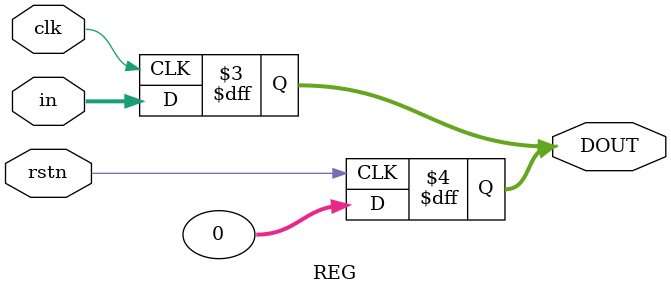
<source format=v>
module REG #(
    parameter DWIDTH=32
)(
    input  wire clk,
    input  wire rstn,
    input  wire [DWIDTH-1:0] in,
    output reg [DWIDTH-1:0] DOUT

);

always @(posedge rstn) begin
	DOUT[DWIDTH-1:0]=32'b0;
end

always @(posedge clk) begin
    DOUT[DWIDTH-1:0]=in;
end

endmodule //Ins_REG
</source>
